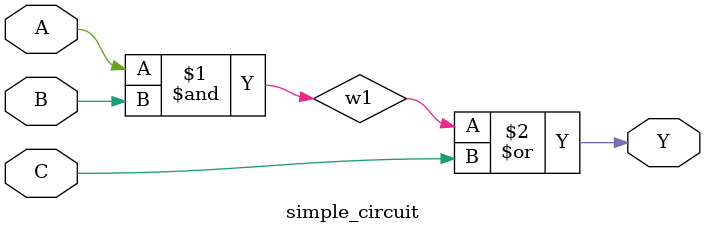
<source format=v>
module simple_circuit(A,B,C,Y);

input A,B,C;

output Y;

wire w1;

assign w1= A&B;

assign Y = w1|C;

endmodule




</source>
